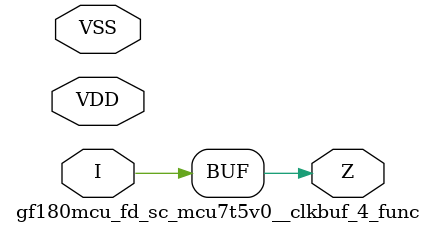
<source format=v>

module gf180mcu_fd_sc_mcu7t5v0__clkbuf_4_func( I, Z, VDD, VSS );
input I;
inout VDD, VSS;
output Z;

	buf MGM_BG_0( Z, I );

endmodule

</source>
